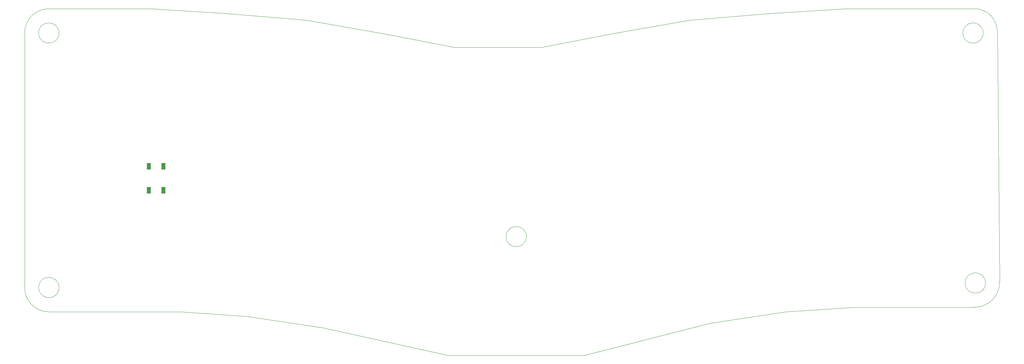
<source format=gbr>
%TF.GenerationSoftware,KiCad,Pcbnew,7.0.6*%
%TF.CreationDate,2023-09-29T23:08:14-04:00*%
%TF.ProjectId,tiddlywink_square,74696464-6c79-4776-996e-6b5f73717561,rev?*%
%TF.SameCoordinates,Original*%
%TF.FileFunction,Paste,Top*%
%TF.FilePolarity,Positive*%
%FSLAX46Y46*%
G04 Gerber Fmt 4.6, Leading zero omitted, Abs format (unit mm)*
G04 Created by KiCad (PCBNEW 7.0.6) date 2023-09-29 23:08:14*
%MOMM*%
%LPD*%
G01*
G04 APERTURE LIST*
%ADD10R,1.000000X1.700000*%
%TA.AperFunction,Profile*%
%ADD11C,0.100000*%
%TD*%
G04 APERTURE END LIST*
D10*
%TO.C,RST1*%
X43400000Y-65280000D03*
X43400000Y-58980000D03*
X47200000Y-65280000D03*
X47200000Y-58980000D03*
%TD*%
D11*
X10916990Y-90493678D02*
X10916990Y-24010962D01*
X69056308Y-98226645D02*
X88701637Y-101203210D01*
X258961155Y-95845397D02*
G75*
G03*
X265509597Y-89296950I45J6548397D01*
G01*
X123229791Y-27979711D02*
X145851685Y-27979711D01*
X51792231Y-97036019D02*
X17264077Y-97036019D01*
X264914310Y-23812520D02*
G75*
G03*
X258961155Y-17859390I-5953110J20D01*
G01*
X227409566Y-95845393D02*
X258961155Y-95845392D01*
X17440698Y-17870650D02*
G75*
G03*
X10916990Y-24010962I-191698J-6332010D01*
G01*
X184547030Y-20835955D02*
X205978298Y-19050016D01*
X141953242Y-77390690D02*
G75*
G03*
X141953242Y-77390690I-2650000J0D01*
G01*
X209550176Y-97036019D02*
X189904847Y-100012584D01*
X104775088Y-24407833D02*
X123229791Y-27979711D01*
X88701637Y-101203210D02*
X121443852Y-108346966D01*
X145851685Y-27979711D02*
X164306388Y-24407833D01*
X164306388Y-24407833D02*
X184547030Y-20835955D01*
X17440698Y-17870656D02*
X44053162Y-17859390D01*
X261214155Y-24209520D02*
G75*
G03*
X261214155Y-24209520I-2650000J0D01*
G01*
X227409566Y-95845393D02*
X209550176Y-97036019D01*
X44053162Y-17859390D02*
X63103178Y-19050016D01*
X121443852Y-108346966D02*
X157162632Y-108346966D01*
X265509597Y-89296950D02*
X264914285Y-23812520D01*
X10916995Y-90493678D02*
G75*
G03*
X17264077Y-97036019I6347085J-192342D01*
G01*
X19914080Y-90686020D02*
G75*
G03*
X19914080Y-90686020I-2650000J0D01*
G01*
X258961155Y-17859390D02*
X225028314Y-17859390D01*
X84534446Y-20835955D02*
X104775088Y-24407833D01*
X51792231Y-97036019D02*
X69056308Y-98226645D01*
X19899000Y-24202660D02*
G75*
G03*
X19899000Y-24202660I-2650000J0D01*
G01*
X157162632Y-108346966D02*
X189904847Y-100012584D01*
X261809155Y-89494950D02*
G75*
G03*
X261809155Y-89494950I-2650000J0D01*
G01*
X205978298Y-19050016D02*
X225028314Y-17859390D01*
X63103178Y-19050016D02*
X84534446Y-20835955D01*
M02*

</source>
